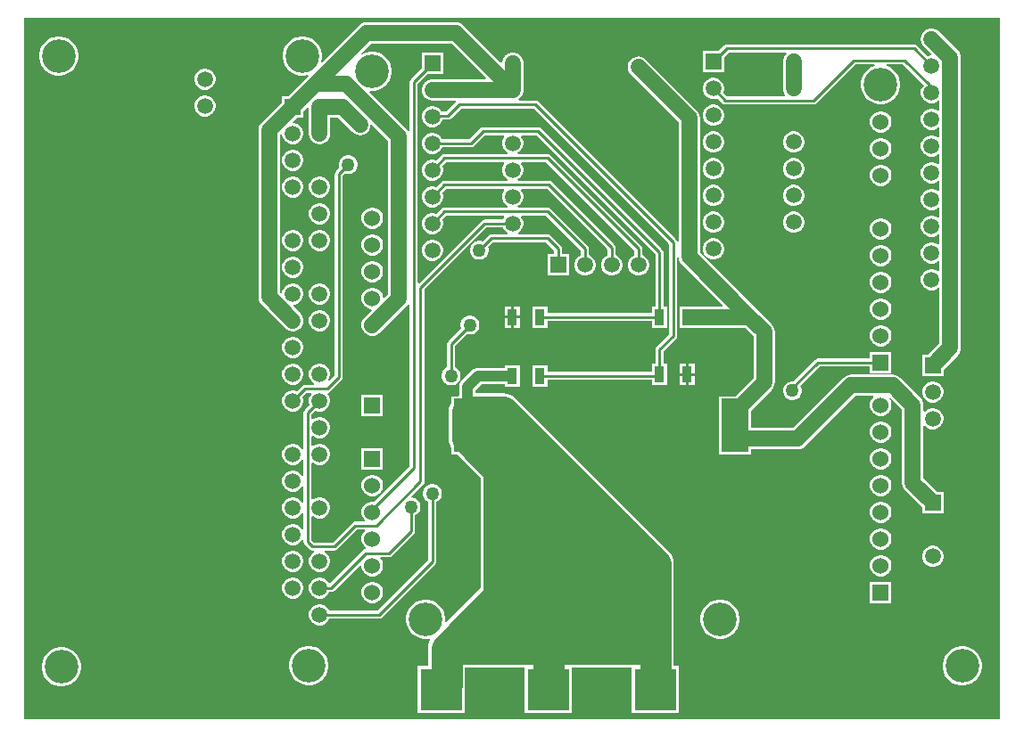
<source format=gtl>
G04*
G04 #@! TF.GenerationSoftware,Altium Limited,Altium Designer,22.4.2 (48)*
G04*
G04 Layer_Physical_Order=1*
G04 Layer_Color=255*
%FSLAX25Y25*%
%MOIN*%
G70*
G04*
G04 #@! TF.SameCoordinates,BB4B1E32-F115-428D-8FF9-27E3AA0A464A*
G04*
G04*
G04 #@! TF.FilePolarity,Positive*
G04*
G01*
G75*
%ADD13C,0.01000*%
%ADD16R,0.03543X0.06102*%
%ADD27C,0.05906*%
%ADD28C,0.03937*%
%ADD29C,0.11811*%
%ADD30C,0.05906*%
%ADD31R,0.05906X0.05906*%
%ADD32R,0.05906X0.05906*%
%ADD33R,0.09843X0.09843*%
%ADD34C,0.12598*%
%ADD35R,0.15748X0.15748*%
%ADD36R,0.06000X0.06000*%
%ADD37C,0.06000*%
%ADD38C,0.05000*%
G36*
X364500Y0D02*
X0D01*
Y262500D01*
X364500D01*
Y0D01*
D02*
G37*
%LPC*%
G36*
X161100Y260887D02*
X161100Y260887D01*
X128015D01*
X128015Y260887D01*
X126983Y260751D01*
X126022Y260353D01*
X125196Y259719D01*
X125196Y259719D01*
X111204Y245727D01*
X110788Y246005D01*
X110803Y246040D01*
X111083Y247450D01*
Y248888D01*
X110803Y250298D01*
X110252Y251626D01*
X109454Y252822D01*
X108437Y253839D01*
X107241Y254638D01*
X105913Y255188D01*
X104503Y255468D01*
X103065D01*
X101655Y255188D01*
X100327Y254638D01*
X99131Y253839D01*
X98114Y252822D01*
X97316Y251626D01*
X96765Y250298D01*
X96485Y248888D01*
Y247450D01*
X96765Y246040D01*
X97316Y244711D01*
X98114Y243516D01*
X99131Y242499D01*
X100327Y241701D01*
X101655Y241150D01*
X103065Y240870D01*
X104503D01*
X105913Y241150D01*
X105948Y241165D01*
X106226Y240749D01*
X98598Y233122D01*
X96331D01*
Y230855D01*
X88681Y223204D01*
X88047Y222378D01*
X87649Y221417D01*
X87513Y220385D01*
X87513Y220385D01*
Y157953D01*
X87513Y157953D01*
X87649Y156921D01*
X88047Y155960D01*
X88681Y155134D01*
X97465Y146350D01*
X97672Y146191D01*
X97857Y146006D01*
X98083Y145875D01*
X98291Y145716D01*
X98532Y145616D01*
X98758Y145486D01*
X99011Y145418D01*
X99252Y145318D01*
X99511Y145284D01*
X99764Y145216D01*
X100025D01*
X100284Y145182D01*
X100543Y145216D01*
X100804D01*
X101057Y145284D01*
X101316Y145318D01*
X101557Y145418D01*
X101810Y145486D01*
X102036Y145616D01*
X102277Y145716D01*
X102485Y145875D01*
X102711Y146006D01*
X102896Y146191D01*
X103103Y146350D01*
X103262Y146557D01*
X103447Y146742D01*
X103578Y146968D01*
X103737Y147176D01*
X103837Y147417D01*
X103967Y147643D01*
X104035Y147896D01*
X104135Y148137D01*
X104169Y148396D01*
X104237Y148649D01*
Y148910D01*
X104271Y149169D01*
X104237Y149428D01*
Y149689D01*
X104169Y149942D01*
X104135Y150201D01*
X104035Y150442D01*
X103967Y150695D01*
X103837Y150921D01*
X103737Y151162D01*
X103578Y151370D01*
X103447Y151596D01*
X103262Y151781D01*
X103103Y151988D01*
X100337Y154754D01*
X100528Y155216D01*
X100804D01*
X101810Y155486D01*
X102711Y156006D01*
X103447Y156742D01*
X103967Y157643D01*
X104237Y158649D01*
Y159689D01*
X103967Y160695D01*
X103447Y161596D01*
X102711Y162332D01*
X101810Y162852D01*
X100804Y163122D01*
X99764D01*
X98758Y162852D01*
X97857Y162332D01*
X97121Y161596D01*
X96601Y160695D01*
X96331Y159689D01*
Y159413D01*
X95869Y159222D01*
X95487Y159604D01*
Y218734D01*
X95869Y219116D01*
X96331Y218925D01*
Y218649D01*
X96601Y217643D01*
X97121Y216742D01*
X97857Y216006D01*
X98758Y215486D01*
X99764Y215216D01*
X100804D01*
X101810Y215486D01*
X102711Y216006D01*
X103447Y216742D01*
X103967Y217643D01*
X104237Y218649D01*
Y219689D01*
X103967Y220695D01*
X103447Y221596D01*
X102711Y222332D01*
X101810Y222852D01*
X100804Y223122D01*
X100528D01*
X100337Y223584D01*
X101970Y225216D01*
X104237D01*
Y227484D01*
X105797Y229044D01*
X106297Y228837D01*
Y219169D01*
X106331Y218910D01*
Y218649D01*
X106399Y218396D01*
X106433Y218137D01*
X106533Y217896D01*
X106601Y217643D01*
X106731Y217417D01*
X106831Y217176D01*
X106990Y216968D01*
X107121Y216742D01*
X107306Y216557D01*
X107465Y216350D01*
X107672Y216191D01*
X107857Y216006D01*
X108083Y215875D01*
X108291Y215716D01*
X108532Y215616D01*
X108758Y215486D01*
X109011Y215418D01*
X109252Y215318D01*
X109511Y215284D01*
X109764Y215216D01*
X110025D01*
X110284Y215182D01*
X110543Y215216D01*
X110804D01*
X111057Y215284D01*
X111316Y215318D01*
X111557Y215418D01*
X111810Y215486D01*
X112036Y215616D01*
X112277Y215716D01*
X112485Y215875D01*
X112711Y216006D01*
X112896Y216191D01*
X113103Y216350D01*
X113262Y216557D01*
X113447Y216742D01*
X113578Y216968D01*
X113737Y217176D01*
X113837Y217417D01*
X113967Y217643D01*
X114035Y217896D01*
X114135Y218137D01*
X114169Y218396D01*
X114237Y218649D01*
Y218910D01*
X114271Y219169D01*
Y225182D01*
X117080D01*
X122581Y219681D01*
X122581Y219681D01*
X123407Y219047D01*
X124368Y218649D01*
X125400Y218513D01*
X126432Y218649D01*
X127393Y219047D01*
X128219Y219681D01*
X128853Y220507D01*
X129251Y221468D01*
X129360Y222296D01*
X129866Y222498D01*
X136013Y216350D01*
Y159177D01*
X134462Y157626D01*
X134000Y157817D01*
Y158027D01*
X133727Y159044D01*
X133201Y159956D01*
X132456Y160701D01*
X131544Y161227D01*
X130527Y161500D01*
X129473D01*
X128456Y161227D01*
X127544Y160701D01*
X126799Y159956D01*
X126273Y159044D01*
X126000Y158027D01*
Y156973D01*
X126273Y155956D01*
X126799Y155044D01*
X127544Y154299D01*
X128456Y153773D01*
X129473Y153500D01*
X129683D01*
X129874Y153038D01*
X127181Y150345D01*
X127158Y150315D01*
X126799Y149956D01*
X126273Y149044D01*
X126000Y148027D01*
Y146973D01*
X126273Y145956D01*
X126799Y145044D01*
X127544Y144299D01*
X128456Y143773D01*
X129473Y143500D01*
X130527D01*
X131544Y143773D01*
X132456Y144299D01*
X133201Y145044D01*
X133261Y145148D01*
X142819Y154706D01*
X142819Y154706D01*
X143453Y155532D01*
X143471Y155575D01*
X143971Y155476D01*
Y94634D01*
X130772Y81434D01*
X130527Y81500D01*
X129473D01*
X128456Y81227D01*
X127544Y80701D01*
X126799Y79956D01*
X126273Y79044D01*
X126000Y78027D01*
Y76973D01*
X126273Y75956D01*
X126799Y75044D01*
X127314Y74529D01*
X127107Y74029D01*
X123600D01*
X123015Y73913D01*
X122519Y73581D01*
X115166Y66229D01*
X108133D01*
X107329Y67033D01*
Y75880D01*
X107791Y76072D01*
X107857Y76006D01*
X108758Y75486D01*
X109764Y75216D01*
X110804D01*
X111810Y75486D01*
X112711Y76006D01*
X113447Y76742D01*
X113967Y77643D01*
X114237Y78649D01*
Y79689D01*
X113967Y80695D01*
X113447Y81596D01*
X112711Y82332D01*
X111810Y82852D01*
X110804Y83122D01*
X109764D01*
X108758Y82852D01*
X107857Y82332D01*
X107791Y82266D01*
X107329Y82458D01*
Y95880D01*
X107791Y96072D01*
X107857Y96006D01*
X108758Y95486D01*
X109764Y95216D01*
X110804D01*
X111810Y95486D01*
X112711Y96006D01*
X113447Y96742D01*
X113967Y97643D01*
X114237Y98649D01*
Y99689D01*
X113967Y100695D01*
X113447Y101596D01*
X112711Y102332D01*
X111810Y102852D01*
X110804Y103122D01*
X109764D01*
X108758Y102852D01*
X107857Y102332D01*
X107791Y102266D01*
X107329Y102458D01*
Y105880D01*
X107791Y106072D01*
X107857Y106006D01*
X108758Y105486D01*
X109764Y105216D01*
X110804D01*
X111810Y105486D01*
X112711Y106006D01*
X113447Y106742D01*
X113967Y107643D01*
X114237Y108649D01*
Y109689D01*
X113967Y110695D01*
X113447Y111596D01*
X112711Y112332D01*
X111810Y112852D01*
X110804Y113122D01*
X109764D01*
X108758Y112852D01*
X107857Y112332D01*
X107791Y112266D01*
X107329Y112458D01*
Y114051D01*
X108762Y115484D01*
X109764Y115216D01*
X110804D01*
X111810Y115486D01*
X112711Y116006D01*
X113447Y116742D01*
X113967Y117643D01*
X114237Y118649D01*
Y119689D01*
X113967Y120695D01*
X113447Y121596D01*
X113341Y121702D01*
X113506Y122244D01*
X113801Y122303D01*
X114298Y122635D01*
X118581Y126919D01*
X118913Y127415D01*
X119029Y128000D01*
Y203366D01*
X119848Y204185D01*
X120539Y204000D01*
X121461D01*
X122351Y204239D01*
X123149Y204699D01*
X123801Y205351D01*
X124261Y206149D01*
X124500Y207039D01*
Y207961D01*
X124261Y208851D01*
X123801Y209649D01*
X123149Y210301D01*
X122351Y210761D01*
X121461Y211000D01*
X120539D01*
X119649Y210761D01*
X118851Y210301D01*
X118199Y209649D01*
X117738Y208851D01*
X117500Y207961D01*
Y207039D01*
X117685Y206348D01*
X116419Y205081D01*
X116087Y204585D01*
X115971Y204000D01*
Y128633D01*
X113950Y126612D01*
X113549Y126919D01*
X113967Y127643D01*
X114237Y128649D01*
Y129689D01*
X113967Y130695D01*
X113447Y131596D01*
X112711Y132332D01*
X111810Y132852D01*
X110804Y133122D01*
X109764D01*
X108758Y132852D01*
X107857Y132332D01*
X107121Y131596D01*
X106601Y130695D01*
X106331Y129689D01*
Y128649D01*
X106601Y127643D01*
X107121Y126742D01*
X107857Y126006D01*
X108308Y125745D01*
X108174Y125245D01*
X104831D01*
X104246Y125129D01*
X103750Y124798D01*
X101806Y122854D01*
X100804Y123122D01*
X99764D01*
X98758Y122852D01*
X97857Y122332D01*
X97121Y121596D01*
X96601Y120695D01*
X96331Y119689D01*
Y118649D01*
X96601Y117643D01*
X97121Y116742D01*
X97857Y116006D01*
X98758Y115486D01*
X99764Y115216D01*
X100804D01*
X101810Y115486D01*
X102711Y116006D01*
X103447Y116742D01*
X103967Y117643D01*
X104237Y118649D01*
Y119689D01*
X103969Y120691D01*
X105465Y122187D01*
X107058D01*
X107250Y121725D01*
X107121Y121596D01*
X106601Y120695D01*
X106331Y119689D01*
Y118649D01*
X106599Y117647D01*
X104719Y115766D01*
X104387Y115270D01*
X104271Y114685D01*
Y101170D01*
X103771Y101035D01*
X103447Y101596D01*
X102711Y102332D01*
X101810Y102852D01*
X100804Y103122D01*
X99764D01*
X98758Y102852D01*
X97857Y102332D01*
X97121Y101596D01*
X96601Y100695D01*
X96331Y99689D01*
Y98649D01*
X96601Y97643D01*
X97121Y96742D01*
X97857Y96006D01*
X98758Y95486D01*
X99764Y95216D01*
X100804D01*
X101810Y95486D01*
X102711Y96006D01*
X103447Y96742D01*
X103771Y97303D01*
X104271Y97168D01*
Y91170D01*
X103771Y91035D01*
X103447Y91596D01*
X102711Y92332D01*
X101810Y92852D01*
X100804Y93122D01*
X99764D01*
X98758Y92852D01*
X97857Y92332D01*
X97121Y91596D01*
X96601Y90695D01*
X96331Y89689D01*
Y88649D01*
X96601Y87643D01*
X97121Y86742D01*
X97857Y86006D01*
X98758Y85486D01*
X99764Y85216D01*
X100804D01*
X101810Y85486D01*
X102711Y86006D01*
X103447Y86742D01*
X103771Y87303D01*
X104271Y87169D01*
Y81169D01*
X103771Y81036D01*
X103447Y81596D01*
X102711Y82332D01*
X101810Y82852D01*
X100804Y83122D01*
X99764D01*
X98758Y82852D01*
X97857Y82332D01*
X97121Y81596D01*
X96601Y80695D01*
X96331Y79689D01*
Y78649D01*
X96601Y77643D01*
X97121Y76742D01*
X97857Y76006D01*
X98758Y75486D01*
X99764Y75216D01*
X100804D01*
X101810Y75486D01*
X102711Y76006D01*
X103447Y76742D01*
X103771Y77302D01*
X104271Y77169D01*
Y71170D01*
X103771Y71035D01*
X103447Y71596D01*
X102711Y72332D01*
X101810Y72852D01*
X100804Y73122D01*
X99764D01*
X98758Y72852D01*
X97857Y72332D01*
X97121Y71596D01*
X96601Y70695D01*
X96331Y69689D01*
Y68649D01*
X96601Y67643D01*
X97121Y66742D01*
X97857Y66006D01*
X98758Y65486D01*
X99764Y65216D01*
X100804D01*
X101810Y65486D01*
X102711Y66006D01*
X103447Y66742D01*
X103771Y67303D01*
X104271Y67168D01*
Y66400D01*
X104387Y65815D01*
X104719Y65319D01*
X106419Y63619D01*
X106915Y63287D01*
X107500Y63171D01*
X108309D01*
X108443Y62671D01*
X107857Y62332D01*
X107121Y61596D01*
X106601Y60695D01*
X106331Y59689D01*
Y58649D01*
X106601Y57643D01*
X107121Y56742D01*
X107857Y56006D01*
X108758Y55486D01*
X109764Y55216D01*
X110804D01*
X111810Y55486D01*
X112711Y56006D01*
X113447Y56742D01*
X113967Y57643D01*
X114237Y58649D01*
Y59689D01*
X113967Y60695D01*
X113447Y61596D01*
X112711Y62332D01*
X112125Y62671D01*
X112259Y63171D01*
X115800D01*
X116385Y63287D01*
X116881Y63619D01*
X124233Y70971D01*
X127107D01*
X127314Y70471D01*
X126799Y69956D01*
X126273Y69044D01*
X126000Y68027D01*
Y66973D01*
X126273Y65956D01*
X126799Y65044D01*
X127544Y64299D01*
X127673Y64225D01*
X127677Y64176D01*
X127562Y63711D01*
X127126Y63624D01*
X126630Y63293D01*
X114357Y51020D01*
X113732Y51102D01*
X113447Y51596D01*
X112711Y52332D01*
X111810Y52852D01*
X110804Y53122D01*
X109764D01*
X108758Y52852D01*
X107857Y52332D01*
X107121Y51596D01*
X106601Y50695D01*
X106331Y49689D01*
Y48649D01*
X106601Y47643D01*
X107121Y46742D01*
X107857Y46006D01*
X108758Y45486D01*
X109764Y45216D01*
X110804D01*
X111810Y45486D01*
X112711Y46006D01*
X113447Y46742D01*
X113965Y47640D01*
X114669D01*
X115254Y47756D01*
X115750Y48088D01*
X125500Y57837D01*
X126000Y57630D01*
Y56973D01*
X126273Y55956D01*
X126799Y55044D01*
X127544Y54299D01*
X128456Y53773D01*
X129473Y53500D01*
X130527D01*
X131544Y53773D01*
X132456Y54299D01*
X133201Y55044D01*
X133727Y55956D01*
X134000Y56973D01*
Y58027D01*
X133727Y59044D01*
X133201Y59956D01*
X132937Y60220D01*
X133128Y60682D01*
X136211D01*
X136797Y60799D01*
X137293Y61130D01*
X145581Y69419D01*
X145913Y69915D01*
X146029Y70500D01*
Y76341D01*
X146649Y76699D01*
X147301Y77351D01*
X147761Y78149D01*
X148000Y79039D01*
Y79961D01*
X147761Y80851D01*
X147301Y81649D01*
X146649Y82301D01*
X145851Y82762D01*
X144961Y83000D01*
X144816D01*
X144625Y83462D01*
X149081Y87919D01*
X149413Y88415D01*
X149529Y89000D01*
Y160866D01*
X172634Y183971D01*
X178819D01*
X179337Y183073D01*
X180073Y182337D01*
X180606Y182029D01*
X180472Y181529D01*
X174500D01*
X173915Y181413D01*
X173419Y181081D01*
X171152Y178815D01*
X170461Y179000D01*
X169539D01*
X168649Y178761D01*
X167851Y178301D01*
X167199Y177649D01*
X166738Y176851D01*
X166500Y175961D01*
Y175039D01*
X166738Y174149D01*
X167199Y173351D01*
X167851Y172699D01*
X168649Y172239D01*
X169539Y172000D01*
X170461D01*
X171351Y172239D01*
X172149Y172699D01*
X172801Y173351D01*
X173261Y174149D01*
X173500Y175039D01*
Y175961D01*
X173315Y176652D01*
X175134Y178471D01*
X194867D01*
X197971Y175366D01*
Y173953D01*
X195547D01*
Y166047D01*
X203453D01*
Y173953D01*
X201029D01*
Y176000D01*
X200913Y176585D01*
X200581Y177081D01*
X196581Y181081D01*
X196085Y181413D01*
X195500Y181529D01*
X184528D01*
X184394Y182029D01*
X184927Y182337D01*
X185663Y183073D01*
X186183Y183974D01*
X186453Y184980D01*
Y186020D01*
X186183Y187026D01*
X185663Y187927D01*
X185629Y187961D01*
X185820Y188423D01*
X194914D01*
X207971Y175366D01*
Y173681D01*
X207073Y173163D01*
X206337Y172427D01*
X205817Y171526D01*
X205547Y170520D01*
Y169480D01*
X205817Y168474D01*
X206337Y167573D01*
X207073Y166837D01*
X207974Y166317D01*
X208980Y166047D01*
X210020D01*
X211026Y166317D01*
X211927Y166837D01*
X212663Y167573D01*
X213183Y168474D01*
X213453Y169480D01*
Y170520D01*
X213183Y171526D01*
X212663Y172427D01*
X211927Y173163D01*
X211029Y173681D01*
Y176000D01*
X210913Y176585D01*
X210581Y177081D01*
X196629Y191034D01*
X196133Y191366D01*
X195547Y191482D01*
X184446D01*
X184312Y191982D01*
X184927Y192337D01*
X185663Y193073D01*
X186183Y193974D01*
X186453Y194980D01*
Y196020D01*
X186183Y197026D01*
X185663Y197927D01*
X185629Y197961D01*
X185820Y198423D01*
X195414D01*
X217971Y175866D01*
Y173681D01*
X217073Y173163D01*
X216337Y172427D01*
X215817Y171526D01*
X215547Y170520D01*
Y169480D01*
X215817Y168474D01*
X216337Y167573D01*
X217073Y166837D01*
X217974Y166317D01*
X218980Y166047D01*
X220020D01*
X221026Y166317D01*
X221927Y166837D01*
X222663Y167573D01*
X223183Y168474D01*
X223453Y169480D01*
Y170520D01*
X223183Y171526D01*
X222663Y172427D01*
X221927Y173163D01*
X221029Y173681D01*
Y176500D01*
X220913Y177085D01*
X220581Y177581D01*
X197129Y201034D01*
X196633Y201366D01*
X196047Y201482D01*
X184446D01*
X184312Y201982D01*
X184927Y202337D01*
X185663Y203073D01*
X186183Y203974D01*
X186453Y204980D01*
Y206020D01*
X186183Y207026D01*
X185663Y207927D01*
X185629Y207961D01*
X185820Y208423D01*
X194914D01*
X227971Y175366D01*
Y173681D01*
X227073Y173163D01*
X226337Y172427D01*
X225817Y171526D01*
X225547Y170520D01*
Y169480D01*
X225817Y168474D01*
X226337Y167573D01*
X227073Y166837D01*
X227974Y166317D01*
X228980Y166047D01*
X230020D01*
X231026Y166317D01*
X231927Y166837D01*
X232663Y167573D01*
X233183Y168474D01*
X233453Y169480D01*
Y170520D01*
X233183Y171526D01*
X232663Y172427D01*
X231927Y173163D01*
X231029Y173681D01*
Y176000D01*
X230913Y176585D01*
X230581Y177081D01*
X196629Y211034D01*
X196133Y211366D01*
X195547Y211482D01*
X184446D01*
X184312Y211982D01*
X184927Y212337D01*
X185663Y213073D01*
X186183Y213974D01*
X186453Y214980D01*
Y216020D01*
X186183Y217026D01*
X185663Y217927D01*
X185629Y217961D01*
X185820Y218423D01*
X191414D01*
X235754Y174083D01*
Y154551D01*
X234512D01*
Y152029D01*
X195488D01*
Y154551D01*
X189945D01*
Y146449D01*
X195488D01*
Y148971D01*
X234512D01*
Y146449D01*
X240055D01*
Y154551D01*
X238813D01*
Y174716D01*
X238696Y175302D01*
X238365Y175798D01*
X193129Y221034D01*
X192632Y221366D01*
X192047Y221482D01*
X171414D01*
X170828Y221366D01*
X170332Y221034D01*
X166328Y217029D01*
X156181D01*
X155663Y217927D01*
X154927Y218663D01*
X154026Y219183D01*
X153020Y219453D01*
X151980D01*
X150974Y219183D01*
X150073Y218663D01*
X149337Y217927D01*
X148817Y217026D01*
X148547Y216020D01*
Y214980D01*
X148817Y213974D01*
X149337Y213073D01*
X150073Y212337D01*
X150974Y211817D01*
X151980Y211547D01*
X153020D01*
X154026Y211817D01*
X154927Y212337D01*
X155663Y213073D01*
X156181Y213971D01*
X166961D01*
X167546Y214087D01*
X168042Y214419D01*
X172047Y218423D01*
X179180D01*
X179371Y217961D01*
X179337Y217927D01*
X178817Y217026D01*
X178547Y216020D01*
Y214980D01*
X178817Y213974D01*
X179337Y213073D01*
X180073Y212337D01*
X180688Y211982D01*
X180554Y211482D01*
X156953D01*
X156368Y211366D01*
X155871Y211034D01*
X154022Y209185D01*
X153020Y209453D01*
X151980D01*
X150974Y209183D01*
X150073Y208663D01*
X149337Y207927D01*
X148817Y207026D01*
X148547Y206020D01*
Y204980D01*
X148817Y203974D01*
X149337Y203073D01*
X150073Y202337D01*
X150974Y201817D01*
X151980Y201547D01*
X153020D01*
X154026Y201817D01*
X154927Y202337D01*
X155663Y203073D01*
X156183Y203974D01*
X156453Y204980D01*
Y206020D01*
X156184Y207022D01*
X157586Y208423D01*
X179180D01*
X179371Y207961D01*
X179337Y207927D01*
X178817Y207026D01*
X178547Y206020D01*
Y204980D01*
X178817Y203974D01*
X179337Y203073D01*
X180073Y202337D01*
X180688Y201982D01*
X180554Y201482D01*
X156953D01*
X156368Y201366D01*
X155871Y201034D01*
X154022Y199185D01*
X153020Y199453D01*
X151980D01*
X150974Y199183D01*
X150073Y198663D01*
X149337Y197927D01*
X148817Y197026D01*
X148547Y196020D01*
Y194980D01*
X148817Y193974D01*
X149337Y193073D01*
X150073Y192337D01*
X150974Y191817D01*
X151980Y191547D01*
X153020D01*
X154026Y191817D01*
X154927Y192337D01*
X155663Y193073D01*
X156183Y193974D01*
X156453Y194980D01*
Y196020D01*
X156184Y197022D01*
X157586Y198423D01*
X179180D01*
X179371Y197961D01*
X179337Y197927D01*
X178817Y197026D01*
X178547Y196020D01*
Y194980D01*
X178817Y193974D01*
X179337Y193073D01*
X180073Y192337D01*
X180688Y191982D01*
X180554Y191482D01*
X156953D01*
X156368Y191366D01*
X155871Y191034D01*
X154022Y189184D01*
X153020Y189453D01*
X151980D01*
X150974Y189183D01*
X150073Y188663D01*
X149337Y187927D01*
X148817Y187026D01*
X148547Y186020D01*
Y184980D01*
X148817Y183974D01*
X149337Y183073D01*
X150073Y182337D01*
X150974Y181817D01*
X151980Y181547D01*
X153020D01*
X154026Y181817D01*
X154927Y182337D01*
X155663Y183073D01*
X156183Y183974D01*
X156453Y184980D01*
Y186020D01*
X156184Y187022D01*
X157586Y188423D01*
X179180D01*
X179371Y187961D01*
X179337Y187927D01*
X178819Y187029D01*
X172000D01*
X171415Y186913D01*
X170919Y186581D01*
X147491Y163154D01*
X147029Y163346D01*
Y237866D01*
X150710Y241547D01*
X156453D01*
Y249453D01*
X148547D01*
Y243710D01*
X144419Y239581D01*
X144087Y239085D01*
X143971Y238500D01*
Y220051D01*
X143471Y219952D01*
X143453Y219995D01*
X142819Y220821D01*
X142819Y220821D01*
X128839Y234801D01*
X129075Y235242D01*
X129281Y235201D01*
X130719D01*
X132129Y235481D01*
X133458Y236032D01*
X134653Y236830D01*
X135670Y237847D01*
X136469Y239042D01*
X137019Y240371D01*
X137299Y241781D01*
Y243219D01*
X137019Y244629D01*
X136469Y245957D01*
X135670Y247153D01*
X134653Y248170D01*
X133458Y248969D01*
X132129Y249519D01*
X130719Y249799D01*
X129281D01*
X127871Y249519D01*
X126542Y248969D01*
X126200Y248740D01*
X125881Y249128D01*
X129666Y252913D01*
X159449D01*
X172413Y239949D01*
X172222Y239487D01*
X152500D01*
X152241Y239453D01*
X151980D01*
X151727Y239385D01*
X151468Y239351D01*
X151227Y239251D01*
X150974Y239183D01*
X150748Y239053D01*
X150507Y238953D01*
X150299Y238794D01*
X150073Y238663D01*
X149888Y238478D01*
X149681Y238319D01*
X149522Y238112D01*
X149337Y237927D01*
X149206Y237701D01*
X149047Y237493D01*
X148947Y237252D01*
X148817Y237026D01*
X148749Y236773D01*
X148649Y236532D01*
X148615Y236273D01*
X148547Y236020D01*
Y235759D01*
X148513Y235500D01*
X148547Y235241D01*
Y234980D01*
X148615Y234727D01*
X148649Y234468D01*
X148749Y234227D01*
X148817Y233974D01*
X148947Y233748D01*
X149047Y233507D01*
X149206Y233299D01*
X149337Y233073D01*
X149522Y232888D01*
X149681Y232681D01*
X149888Y232522D01*
X150073Y232337D01*
X150299Y232206D01*
X150507Y232047D01*
X150748Y231947D01*
X150974Y231817D01*
X151227Y231749D01*
X151468Y231649D01*
X151727Y231615D01*
X151980Y231547D01*
X152241D01*
X152500Y231513D01*
X161188D01*
X161345Y231103D01*
X161350Y231013D01*
X157734Y227396D01*
X155969D01*
X155663Y227927D01*
X154927Y228663D01*
X154026Y229183D01*
X153020Y229453D01*
X151980D01*
X150974Y229183D01*
X150073Y228663D01*
X149337Y227927D01*
X148817Y227026D01*
X148547Y226020D01*
Y224980D01*
X148817Y223974D01*
X149337Y223073D01*
X150073Y222337D01*
X150974Y221817D01*
X151980Y221547D01*
X153020D01*
X154026Y221817D01*
X154927Y222337D01*
X155663Y223073D01*
X156183Y223974D01*
X156281Y224338D01*
X158367D01*
X158952Y224454D01*
X159448Y224785D01*
X163086Y228423D01*
X190414D01*
X240971Y177866D01*
Y144133D01*
X236202Y139365D01*
X235871Y138869D01*
X235754Y138284D01*
Y133051D01*
X234512D01*
Y130029D01*
X195488D01*
Y132551D01*
X189945D01*
Y124449D01*
X195488D01*
Y126971D01*
X234512D01*
Y124949D01*
X240055D01*
Y133051D01*
X238813D01*
Y137650D01*
X243581Y142419D01*
X243913Y142915D01*
X244029Y143500D01*
Y172844D01*
X244529Y172877D01*
X244649Y171968D01*
X245047Y171007D01*
X245681Y170181D01*
X260913Y154949D01*
X260722Y154487D01*
X250488D01*
Y154551D01*
X244945D01*
Y146449D01*
X250488D01*
Y146513D01*
X269349D01*
X272513Y143349D01*
Y127644D01*
X265783Y120913D01*
X259579D01*
Y109071D01*
Y99071D01*
X271421D01*
Y101005D01*
X288992D01*
X288992Y101005D01*
X290024Y101141D01*
X290986Y101539D01*
X291811Y102173D01*
X310651Y121013D01*
X317149D01*
X317356Y120513D01*
X316799Y119956D01*
X316273Y119044D01*
X316000Y118027D01*
Y116973D01*
X316273Y115956D01*
X316799Y115044D01*
X317544Y114299D01*
X318456Y113773D01*
X319473Y113500D01*
X320527D01*
X321544Y113773D01*
X322456Y114299D01*
X323201Y115044D01*
X323727Y115956D01*
X324000Y116973D01*
Y118027D01*
X323727Y119044D01*
X323201Y119956D01*
X323556Y120306D01*
X328013Y115849D01*
Y88500D01*
X328013Y88500D01*
X328149Y87468D01*
X328547Y86507D01*
X329181Y85681D01*
X335547Y79315D01*
Y77047D01*
X339241D01*
X339500Y77013D01*
X339759Y77047D01*
X343453D01*
Y80741D01*
X343487Y81000D01*
X343453Y81259D01*
Y84953D01*
X341185D01*
X335987Y90151D01*
Y109716D01*
X336487Y109923D01*
X337073Y109337D01*
X337974Y108817D01*
X338980Y108547D01*
X340020D01*
X341026Y108817D01*
X341927Y109337D01*
X342663Y110073D01*
X343183Y110974D01*
X343453Y111980D01*
Y113020D01*
X343183Y114026D01*
X342663Y114927D01*
X341927Y115663D01*
X341026Y116183D01*
X340020Y116453D01*
X338980D01*
X337974Y116183D01*
X337073Y115663D01*
X336487Y115077D01*
X335987Y115284D01*
Y117500D01*
X335851Y118532D01*
X335453Y119493D01*
X334819Y120319D01*
X334819Y120319D01*
X327319Y127819D01*
X326493Y128453D01*
X325532Y128851D01*
X324500Y128987D01*
X324500Y128987D01*
X309000D01*
X309000Y128987D01*
X307968Y128851D01*
X307007Y128453D01*
X306181Y127819D01*
X306181Y127819D01*
X287341Y108979D01*
X271421D01*
Y115275D01*
X279319Y123173D01*
X279953Y123999D01*
X280351Y124960D01*
X280487Y125992D01*
X280487Y125992D01*
Y145000D01*
X280351Y146032D01*
X279953Y146993D01*
X279319Y147819D01*
X279319Y147819D01*
X273819Y153319D01*
X273819Y153319D01*
X252487Y174651D01*
Y225000D01*
X252487Y225000D01*
X252351Y226032D01*
X251953Y226993D01*
X251319Y227819D01*
X251319Y227819D01*
X232319Y246819D01*
X231493Y247453D01*
X230532Y247851D01*
X229500Y247987D01*
X228468Y247851D01*
X227507Y247453D01*
X226681Y246819D01*
X226047Y245993D01*
X225649Y245032D01*
X225513Y244000D01*
X225649Y242968D01*
X226047Y242007D01*
X226681Y241181D01*
X244513Y223349D01*
Y178631D01*
X244013Y178582D01*
X243913Y179085D01*
X243581Y179581D01*
X192129Y231034D01*
X191632Y231366D01*
X191047Y231482D01*
X184782D01*
X184467Y231982D01*
X184493Y232047D01*
X184701Y232206D01*
X184927Y232337D01*
X185112Y232522D01*
X185319Y232681D01*
X185478Y232888D01*
X185663Y233073D01*
X185794Y233299D01*
X185953Y233507D01*
X186053Y233748D01*
X186183Y233974D01*
X186251Y234227D01*
X186351Y234468D01*
X186385Y234727D01*
X186453Y234980D01*
Y235241D01*
X186487Y235500D01*
X186487Y235500D01*
Y245500D01*
X186453Y245759D01*
Y246020D01*
X186385Y246273D01*
X186351Y246532D01*
X186251Y246773D01*
X186183Y247026D01*
X186053Y247252D01*
X185953Y247493D01*
X185794Y247701D01*
X185663Y247927D01*
X185478Y248112D01*
X185319Y248319D01*
X185112Y248478D01*
X184927Y248663D01*
X184701Y248794D01*
X184493Y248953D01*
X184252Y249053D01*
X184026Y249183D01*
X183773Y249251D01*
X183532Y249351D01*
X183273Y249385D01*
X183020Y249453D01*
X182759D01*
X182500Y249487D01*
X182241Y249453D01*
X181980D01*
X181727Y249385D01*
X181468Y249351D01*
X181227Y249251D01*
X180974Y249183D01*
X180748Y249053D01*
X180507Y248953D01*
X180299Y248794D01*
X180073Y248663D01*
X179888Y248478D01*
X179681Y248319D01*
X179522Y248112D01*
X179337Y247927D01*
X179206Y247701D01*
X179047Y247493D01*
X178947Y247252D01*
X178817Y247026D01*
X178749Y246773D01*
X178649Y246532D01*
X178615Y246273D01*
X178547Y246020D01*
Y245798D01*
X178480Y245740D01*
X178024Y245614D01*
X163919Y259719D01*
X163093Y260353D01*
X162132Y260751D01*
X162012Y260767D01*
X161100Y260887D01*
D02*
G37*
G36*
X339000Y258487D02*
X338741Y258453D01*
X338480D01*
X338227Y258385D01*
X337968Y258351D01*
X337727Y258251D01*
X337474Y258183D01*
X337248Y258053D01*
X337007Y257953D01*
X336799Y257794D01*
X336573Y257663D01*
X336388Y257478D01*
X336181Y257319D01*
X336022Y257112D01*
X335837Y256927D01*
X335706Y256701D01*
X335547Y256493D01*
X335447Y256252D01*
X335317Y256026D01*
X335249Y255773D01*
X335149Y255532D01*
X335115Y255273D01*
X335047Y255020D01*
Y254759D01*
X335013Y254500D01*
X335047Y254241D01*
Y253980D01*
X335115Y253727D01*
X335149Y253468D01*
X335249Y253227D01*
X335317Y252974D01*
X335447Y252748D01*
X335547Y252507D01*
X335706Y252299D01*
X335837Y252073D01*
X336022Y251888D01*
X336181Y251681D01*
X338947Y248915D01*
X338756Y248453D01*
X338480D01*
X337478Y248184D01*
X333581Y252081D01*
X333085Y252413D01*
X332500Y252529D01*
X262500D01*
X261915Y252413D01*
X261419Y252081D01*
X259290Y249953D01*
X253547D01*
Y242047D01*
X261453D01*
Y247790D01*
X263134Y249471D01*
X284674D01*
X284881Y248994D01*
X284878Y248971D01*
X284681Y248819D01*
X284522Y248612D01*
X284337Y248427D01*
X284206Y248201D01*
X284047Y247993D01*
X283947Y247752D01*
X283817Y247526D01*
X283749Y247273D01*
X283649Y247032D01*
X283615Y246773D01*
X283547Y246520D01*
Y246259D01*
X283513Y246000D01*
Y236000D01*
X283547Y235741D01*
Y235480D01*
X283615Y235227D01*
X283649Y234968D01*
X283749Y234727D01*
X283817Y234474D01*
X283947Y234248D01*
X284047Y234007D01*
X284206Y233799D01*
X284337Y233573D01*
X284126Y233077D01*
X262586D01*
X261185Y234478D01*
X261453Y235480D01*
Y236520D01*
X261183Y237526D01*
X260663Y238427D01*
X259927Y239163D01*
X259026Y239683D01*
X258020Y239953D01*
X256980D01*
X255974Y239683D01*
X255073Y239163D01*
X254337Y238427D01*
X253817Y237526D01*
X253547Y236520D01*
Y235480D01*
X253817Y234474D01*
X254337Y233573D01*
X255073Y232837D01*
X255974Y232317D01*
X256980Y232047D01*
X258020D01*
X259022Y232315D01*
X260871Y230466D01*
X261368Y230134D01*
X261953Y230018D01*
X295047D01*
X295633Y230134D01*
X296129Y230466D01*
X310633Y244971D01*
X317655D01*
X317755Y244471D01*
X316543Y243969D01*
X315347Y243170D01*
X314330Y242153D01*
X313531Y240957D01*
X312981Y239629D01*
X312701Y238219D01*
Y236781D01*
X312981Y235371D01*
X313531Y234043D01*
X314330Y232847D01*
X315347Y231830D01*
X316543Y231031D01*
X317871Y230481D01*
X319281Y230201D01*
X320719D01*
X322129Y230481D01*
X323458Y231031D01*
X324653Y231830D01*
X325670Y232847D01*
X326468Y234043D01*
X327019Y235371D01*
X327299Y236781D01*
Y238219D01*
X327019Y239629D01*
X326468Y240957D01*
X325670Y242153D01*
X324653Y243170D01*
X323458Y243969D01*
X322245Y244471D01*
X322345Y244971D01*
X328366D01*
X336123Y237214D01*
X335837Y236927D01*
X335317Y236026D01*
X335047Y235020D01*
Y233980D01*
X335317Y232974D01*
X335837Y232073D01*
X336573Y231337D01*
X337474Y230817D01*
X338480Y230547D01*
X339520D01*
X340526Y230817D01*
X341427Y231337D01*
X341551Y231461D01*
X342013Y231270D01*
Y227730D01*
X341551Y227539D01*
X341427Y227663D01*
X340526Y228183D01*
X339520Y228453D01*
X338480D01*
X337474Y228183D01*
X336573Y227663D01*
X335837Y226927D01*
X335317Y226026D01*
X335047Y225020D01*
Y223980D01*
X335317Y222974D01*
X335837Y222073D01*
X336573Y221337D01*
X337474Y220817D01*
X338480Y220547D01*
X339520D01*
X340526Y220817D01*
X341427Y221337D01*
X341551Y221461D01*
X342013Y221270D01*
Y217730D01*
X341551Y217539D01*
X341427Y217663D01*
X340526Y218183D01*
X339520Y218453D01*
X338480D01*
X337474Y218183D01*
X336573Y217663D01*
X335837Y216927D01*
X335317Y216026D01*
X335047Y215020D01*
Y213980D01*
X335317Y212974D01*
X335837Y212073D01*
X336573Y211337D01*
X337474Y210817D01*
X338480Y210547D01*
X339520D01*
X340526Y210817D01*
X341427Y211337D01*
X341551Y211461D01*
X342013Y211270D01*
Y207730D01*
X341551Y207539D01*
X341427Y207663D01*
X340526Y208183D01*
X339520Y208453D01*
X338480D01*
X337474Y208183D01*
X336573Y207663D01*
X335837Y206927D01*
X335317Y206026D01*
X335047Y205020D01*
Y203980D01*
X335317Y202974D01*
X335837Y202073D01*
X336573Y201337D01*
X337474Y200817D01*
X338480Y200547D01*
X339520D01*
X340526Y200817D01*
X341427Y201337D01*
X341551Y201461D01*
X342013Y201270D01*
Y197730D01*
X341551Y197539D01*
X341427Y197663D01*
X340526Y198183D01*
X339520Y198453D01*
X338480D01*
X337474Y198183D01*
X336573Y197663D01*
X335837Y196927D01*
X335317Y196026D01*
X335047Y195020D01*
Y193980D01*
X335317Y192974D01*
X335837Y192073D01*
X336573Y191337D01*
X337474Y190817D01*
X338480Y190547D01*
X339520D01*
X340526Y190817D01*
X341427Y191337D01*
X341551Y191461D01*
X342013Y191270D01*
Y187730D01*
X341551Y187539D01*
X341427Y187663D01*
X340526Y188183D01*
X339520Y188453D01*
X338480D01*
X337474Y188183D01*
X336573Y187663D01*
X335837Y186927D01*
X335317Y186026D01*
X335047Y185020D01*
Y183980D01*
X335317Y182974D01*
X335837Y182073D01*
X336573Y181337D01*
X337474Y180817D01*
X338480Y180547D01*
X339520D01*
X340526Y180817D01*
X341427Y181337D01*
X341551Y181461D01*
X342013Y181270D01*
Y177730D01*
X341551Y177539D01*
X341427Y177663D01*
X340526Y178183D01*
X339520Y178453D01*
X338480D01*
X337474Y178183D01*
X336573Y177663D01*
X335837Y176927D01*
X335317Y176026D01*
X335047Y175020D01*
Y173980D01*
X335317Y172974D01*
X335837Y172073D01*
X336573Y171337D01*
X337474Y170817D01*
X338480Y170547D01*
X339520D01*
X340526Y170817D01*
X341427Y171337D01*
X341551Y171461D01*
X342013Y171270D01*
Y167730D01*
X341551Y167539D01*
X341427Y167663D01*
X340526Y168183D01*
X339520Y168453D01*
X338480D01*
X337474Y168183D01*
X336573Y167663D01*
X335837Y166927D01*
X335317Y166026D01*
X335047Y165020D01*
Y163980D01*
X335317Y162974D01*
X335837Y162073D01*
X336573Y161337D01*
X337474Y160817D01*
X338480Y160547D01*
X339520D01*
X340526Y160817D01*
X341427Y161337D01*
X341551Y161461D01*
X342013Y161270D01*
Y140651D01*
X337814Y136453D01*
X335547D01*
Y132759D01*
X335513Y132500D01*
X335547Y132241D01*
Y128547D01*
X339241D01*
X339500Y128513D01*
X339759Y128547D01*
X343453D01*
Y130815D01*
X348819Y136181D01*
X348819Y136181D01*
X349453Y137007D01*
X349851Y137968D01*
X349987Y139000D01*
X349987Y139000D01*
Y247500D01*
X349851Y248532D01*
X349453Y249493D01*
X348819Y250319D01*
X348819Y250319D01*
X341819Y257319D01*
X341612Y257478D01*
X341427Y257663D01*
X341201Y257794D01*
X340993Y257953D01*
X340752Y258053D01*
X340526Y258183D01*
X340273Y258251D01*
X340032Y258351D01*
X339773Y258385D01*
X339520Y258453D01*
X339259D01*
X339000Y258487D01*
D02*
G37*
G36*
X13503Y255468D02*
X12065D01*
X10655Y255188D01*
X9326Y254638D01*
X8131Y253839D01*
X7114Y252822D01*
X6316Y251626D01*
X5765Y250298D01*
X5485Y248888D01*
Y247450D01*
X5765Y246040D01*
X6316Y244711D01*
X7114Y243516D01*
X8131Y242499D01*
X9326Y241701D01*
X10655Y241150D01*
X12065Y240870D01*
X13503D01*
X14913Y241150D01*
X16241Y241701D01*
X17437Y242499D01*
X18454Y243516D01*
X19252Y244711D01*
X19803Y246040D01*
X20083Y247450D01*
Y248888D01*
X19803Y250298D01*
X19252Y251626D01*
X18454Y252822D01*
X17437Y253839D01*
X16241Y254638D01*
X14913Y255188D01*
X13503Y255468D01*
D02*
G37*
G36*
X68020Y243453D02*
X66980D01*
X65974Y243183D01*
X65073Y242663D01*
X64337Y241927D01*
X63817Y241026D01*
X63547Y240020D01*
Y238980D01*
X63817Y237974D01*
X64337Y237073D01*
X65073Y236337D01*
X65974Y235817D01*
X66980Y235547D01*
X68020D01*
X69026Y235817D01*
X69927Y236337D01*
X70663Y237073D01*
X71183Y237974D01*
X71453Y238980D01*
Y240020D01*
X71183Y241026D01*
X70663Y241927D01*
X69927Y242663D01*
X69026Y243183D01*
X68020Y243453D01*
D02*
G37*
G36*
Y233453D02*
X66980D01*
X65974Y233183D01*
X65073Y232663D01*
X64337Y231927D01*
X63817Y231026D01*
X63547Y230020D01*
Y228980D01*
X63817Y227974D01*
X64337Y227073D01*
X65073Y226337D01*
X65974Y225817D01*
X66980Y225547D01*
X68020D01*
X69026Y225817D01*
X69927Y226337D01*
X70663Y227073D01*
X71183Y227974D01*
X71453Y228980D01*
Y230020D01*
X71183Y231026D01*
X70663Y231927D01*
X69927Y232663D01*
X69026Y233183D01*
X68020Y233453D01*
D02*
G37*
G36*
X258020Y229953D02*
X256980D01*
X255974Y229683D01*
X255073Y229163D01*
X254337Y228427D01*
X253817Y227526D01*
X253547Y226520D01*
Y225480D01*
X253817Y224474D01*
X254337Y223573D01*
X255073Y222837D01*
X255974Y222317D01*
X256980Y222047D01*
X258020D01*
X259026Y222317D01*
X259927Y222837D01*
X260663Y223573D01*
X261183Y224474D01*
X261453Y225480D01*
Y226520D01*
X261183Y227526D01*
X260663Y228427D01*
X259927Y229163D01*
X259026Y229683D01*
X258020Y229953D01*
D02*
G37*
G36*
X320527Y227500D02*
X319473D01*
X318456Y227227D01*
X317544Y226701D01*
X316799Y225956D01*
X316273Y225044D01*
X316000Y224027D01*
Y222973D01*
X316273Y221956D01*
X316799Y221044D01*
X317544Y220299D01*
X318456Y219773D01*
X319473Y219500D01*
X320527D01*
X321544Y219773D01*
X322456Y220299D01*
X323201Y221044D01*
X323727Y221956D01*
X324000Y222973D01*
Y224027D01*
X323727Y225044D01*
X323201Y225956D01*
X322456Y226701D01*
X321544Y227227D01*
X320527Y227500D01*
D02*
G37*
G36*
X288020Y219953D02*
X286980D01*
X285974Y219683D01*
X285073Y219163D01*
X284337Y218427D01*
X283817Y217526D01*
X283547Y216520D01*
Y215480D01*
X283817Y214474D01*
X284337Y213573D01*
X285073Y212837D01*
X285974Y212317D01*
X286980Y212047D01*
X288020D01*
X289026Y212317D01*
X289927Y212837D01*
X290663Y213573D01*
X291183Y214474D01*
X291453Y215480D01*
Y216520D01*
X291183Y217526D01*
X290663Y218427D01*
X289927Y219163D01*
X289026Y219683D01*
X288020Y219953D01*
D02*
G37*
G36*
X258020D02*
X256980D01*
X255974Y219683D01*
X255073Y219163D01*
X254337Y218427D01*
X253817Y217526D01*
X253547Y216520D01*
Y215480D01*
X253817Y214474D01*
X254337Y213573D01*
X255073Y212837D01*
X255974Y212317D01*
X256980Y212047D01*
X258020D01*
X259026Y212317D01*
X259927Y212837D01*
X260663Y213573D01*
X261183Y214474D01*
X261453Y215480D01*
Y216520D01*
X261183Y217526D01*
X260663Y218427D01*
X259927Y219163D01*
X259026Y219683D01*
X258020Y219953D01*
D02*
G37*
G36*
X320527Y217500D02*
X319473D01*
X318456Y217227D01*
X317544Y216701D01*
X316799Y215956D01*
X316273Y215044D01*
X316000Y214027D01*
Y212973D01*
X316273Y211956D01*
X316799Y211044D01*
X317544Y210299D01*
X318456Y209773D01*
X319473Y209500D01*
X320527D01*
X321544Y209773D01*
X322456Y210299D01*
X323201Y211044D01*
X323727Y211956D01*
X324000Y212973D01*
Y214027D01*
X323727Y215044D01*
X323201Y215956D01*
X322456Y216701D01*
X321544Y217227D01*
X320527Y217500D01*
D02*
G37*
G36*
X100804Y213122D02*
X99764D01*
X98758Y212852D01*
X97857Y212332D01*
X97121Y211596D01*
X96601Y210695D01*
X96331Y209689D01*
Y208649D01*
X96601Y207643D01*
X97121Y206742D01*
X97857Y206006D01*
X98758Y205486D01*
X99764Y205216D01*
X100804D01*
X101810Y205486D01*
X102711Y206006D01*
X103447Y206742D01*
X103967Y207643D01*
X104237Y208649D01*
Y209689D01*
X103967Y210695D01*
X103447Y211596D01*
X102711Y212332D01*
X101810Y212852D01*
X100804Y213122D01*
D02*
G37*
G36*
X288020Y209953D02*
X286980D01*
X285974Y209683D01*
X285073Y209163D01*
X284337Y208427D01*
X283817Y207526D01*
X283547Y206520D01*
Y205480D01*
X283817Y204474D01*
X284337Y203573D01*
X285073Y202837D01*
X285974Y202317D01*
X286980Y202047D01*
X288020D01*
X289026Y202317D01*
X289927Y202837D01*
X290663Y203573D01*
X291183Y204474D01*
X291453Y205480D01*
Y206520D01*
X291183Y207526D01*
X290663Y208427D01*
X289927Y209163D01*
X289026Y209683D01*
X288020Y209953D01*
D02*
G37*
G36*
X258020D02*
X256980D01*
X255974Y209683D01*
X255073Y209163D01*
X254337Y208427D01*
X253817Y207526D01*
X253547Y206520D01*
Y205480D01*
X253817Y204474D01*
X254337Y203573D01*
X255073Y202837D01*
X255974Y202317D01*
X256980Y202047D01*
X258020D01*
X259026Y202317D01*
X259927Y202837D01*
X260663Y203573D01*
X261183Y204474D01*
X261453Y205480D01*
Y206520D01*
X261183Y207526D01*
X260663Y208427D01*
X259927Y209163D01*
X259026Y209683D01*
X258020Y209953D01*
D02*
G37*
G36*
X320527Y207500D02*
X319473D01*
X318456Y207227D01*
X317544Y206701D01*
X316799Y205956D01*
X316273Y205044D01*
X316000Y204027D01*
Y202973D01*
X316273Y201956D01*
X316799Y201044D01*
X317544Y200299D01*
X318456Y199773D01*
X319473Y199500D01*
X320527D01*
X321544Y199773D01*
X322456Y200299D01*
X323201Y201044D01*
X323727Y201956D01*
X324000Y202973D01*
Y204027D01*
X323727Y205044D01*
X323201Y205956D01*
X322456Y206701D01*
X321544Y207227D01*
X320527Y207500D01*
D02*
G37*
G36*
X110804Y203122D02*
X109764D01*
X108758Y202852D01*
X107857Y202332D01*
X107121Y201596D01*
X106601Y200695D01*
X106331Y199689D01*
Y198649D01*
X106601Y197643D01*
X107121Y196742D01*
X107857Y196006D01*
X108758Y195486D01*
X109764Y195216D01*
X110804D01*
X111810Y195486D01*
X112711Y196006D01*
X113447Y196742D01*
X113967Y197643D01*
X114237Y198649D01*
Y199689D01*
X113967Y200695D01*
X113447Y201596D01*
X112711Y202332D01*
X111810Y202852D01*
X110804Y203122D01*
D02*
G37*
G36*
X100804D02*
X99764D01*
X98758Y202852D01*
X97857Y202332D01*
X97121Y201596D01*
X96601Y200695D01*
X96331Y199689D01*
Y198649D01*
X96601Y197643D01*
X97121Y196742D01*
X97857Y196006D01*
X98758Y195486D01*
X99764Y195216D01*
X100804D01*
X101810Y195486D01*
X102711Y196006D01*
X103447Y196742D01*
X103967Y197643D01*
X104237Y198649D01*
Y199689D01*
X103967Y200695D01*
X103447Y201596D01*
X102711Y202332D01*
X101810Y202852D01*
X100804Y203122D01*
D02*
G37*
G36*
X288020Y199953D02*
X286980D01*
X285974Y199683D01*
X285073Y199163D01*
X284337Y198427D01*
X283817Y197526D01*
X283547Y196520D01*
Y195480D01*
X283817Y194474D01*
X284337Y193573D01*
X285073Y192837D01*
X285974Y192317D01*
X286980Y192047D01*
X288020D01*
X289026Y192317D01*
X289927Y192837D01*
X290663Y193573D01*
X291183Y194474D01*
X291453Y195480D01*
Y196520D01*
X291183Y197526D01*
X290663Y198427D01*
X289927Y199163D01*
X289026Y199683D01*
X288020Y199953D01*
D02*
G37*
G36*
X258020D02*
X256980D01*
X255974Y199683D01*
X255073Y199163D01*
X254337Y198427D01*
X253817Y197526D01*
X253547Y196520D01*
Y195480D01*
X253817Y194474D01*
X254337Y193573D01*
X255073Y192837D01*
X255974Y192317D01*
X256980Y192047D01*
X258020D01*
X259026Y192317D01*
X259927Y192837D01*
X260663Y193573D01*
X261183Y194474D01*
X261453Y195480D01*
Y196520D01*
X261183Y197526D01*
X260663Y198427D01*
X259927Y199163D01*
X259026Y199683D01*
X258020Y199953D01*
D02*
G37*
G36*
X110804Y193122D02*
X109764D01*
X108758Y192852D01*
X107857Y192332D01*
X107121Y191596D01*
X106601Y190695D01*
X106331Y189689D01*
Y188649D01*
X106601Y187643D01*
X107121Y186742D01*
X107857Y186006D01*
X108758Y185486D01*
X109764Y185216D01*
X110804D01*
X111810Y185486D01*
X112711Y186006D01*
X113447Y186742D01*
X113967Y187643D01*
X114237Y188649D01*
Y189689D01*
X113967Y190695D01*
X113447Y191596D01*
X112711Y192332D01*
X111810Y192852D01*
X110804Y193122D01*
D02*
G37*
G36*
X130527Y191500D02*
X129473D01*
X128456Y191227D01*
X127544Y190701D01*
X126799Y189956D01*
X126273Y189044D01*
X126000Y188027D01*
Y186973D01*
X126273Y185956D01*
X126799Y185044D01*
X127544Y184299D01*
X128456Y183773D01*
X129473Y183500D01*
X130527D01*
X131544Y183773D01*
X132456Y184299D01*
X133201Y185044D01*
X133727Y185956D01*
X134000Y186973D01*
Y188027D01*
X133727Y189044D01*
X133201Y189956D01*
X132456Y190701D01*
X131544Y191227D01*
X130527Y191500D01*
D02*
G37*
G36*
X288020Y189953D02*
X286980D01*
X285974Y189683D01*
X285073Y189163D01*
X284337Y188427D01*
X283817Y187526D01*
X283547Y186520D01*
Y185480D01*
X283817Y184474D01*
X284337Y183573D01*
X285073Y182837D01*
X285974Y182317D01*
X286980Y182047D01*
X288020D01*
X289026Y182317D01*
X289927Y182837D01*
X290663Y183573D01*
X291183Y184474D01*
X291453Y185480D01*
Y186520D01*
X291183Y187526D01*
X290663Y188427D01*
X289927Y189163D01*
X289026Y189683D01*
X288020Y189953D01*
D02*
G37*
G36*
X258020D02*
X256980D01*
X255974Y189683D01*
X255073Y189163D01*
X254337Y188427D01*
X253817Y187526D01*
X253547Y186520D01*
Y185480D01*
X253817Y184474D01*
X254337Y183573D01*
X255073Y182837D01*
X255974Y182317D01*
X256980Y182047D01*
X258020D01*
X259026Y182317D01*
X259927Y182837D01*
X260663Y183573D01*
X261183Y184474D01*
X261453Y185480D01*
Y186520D01*
X261183Y187526D01*
X260663Y188427D01*
X259927Y189163D01*
X259026Y189683D01*
X258020Y189953D01*
D02*
G37*
G36*
X320527Y187500D02*
X319473D01*
X318456Y187227D01*
X317544Y186701D01*
X316799Y185956D01*
X316273Y185044D01*
X316000Y184027D01*
Y182973D01*
X316273Y181956D01*
X316799Y181044D01*
X317544Y180299D01*
X318456Y179773D01*
X319473Y179500D01*
X320527D01*
X321544Y179773D01*
X322456Y180299D01*
X323201Y181044D01*
X323727Y181956D01*
X324000Y182973D01*
Y184027D01*
X323727Y185044D01*
X323201Y185956D01*
X322456Y186701D01*
X321544Y187227D01*
X320527Y187500D01*
D02*
G37*
G36*
X110804Y183122D02*
X109764D01*
X108758Y182852D01*
X107857Y182332D01*
X107121Y181596D01*
X106601Y180695D01*
X106331Y179689D01*
Y178649D01*
X106601Y177643D01*
X107121Y176742D01*
X107857Y176006D01*
X108758Y175486D01*
X109764Y175216D01*
X110804D01*
X111810Y175486D01*
X112711Y176006D01*
X113447Y176742D01*
X113967Y177643D01*
X114237Y178649D01*
Y179689D01*
X113967Y180695D01*
X113447Y181596D01*
X112711Y182332D01*
X111810Y182852D01*
X110804Y183122D01*
D02*
G37*
G36*
X100804D02*
X99764D01*
X98758Y182852D01*
X97857Y182332D01*
X97121Y181596D01*
X96601Y180695D01*
X96331Y179689D01*
Y178649D01*
X96601Y177643D01*
X97121Y176742D01*
X97857Y176006D01*
X98758Y175486D01*
X99764Y175216D01*
X100804D01*
X101810Y175486D01*
X102711Y176006D01*
X103447Y176742D01*
X103967Y177643D01*
X104237Y178649D01*
Y179689D01*
X103967Y180695D01*
X103447Y181596D01*
X102711Y182332D01*
X101810Y182852D01*
X100804Y183122D01*
D02*
G37*
G36*
X130527Y181500D02*
X129473D01*
X128456Y181227D01*
X127544Y180701D01*
X126799Y179956D01*
X126273Y179044D01*
X126000Y178027D01*
Y176973D01*
X126273Y175956D01*
X126799Y175044D01*
X127544Y174299D01*
X128456Y173773D01*
X129473Y173500D01*
X130527D01*
X131544Y173773D01*
X132456Y174299D01*
X133201Y175044D01*
X133727Y175956D01*
X134000Y176973D01*
Y178027D01*
X133727Y179044D01*
X133201Y179956D01*
X132456Y180701D01*
X131544Y181227D01*
X130527Y181500D01*
D02*
G37*
G36*
X258020Y179953D02*
X256980D01*
X255974Y179683D01*
X255073Y179163D01*
X254337Y178427D01*
X253817Y177526D01*
X253547Y176520D01*
Y175480D01*
X253817Y174474D01*
X254337Y173573D01*
X255073Y172837D01*
X255974Y172317D01*
X256980Y172047D01*
X258020D01*
X259026Y172317D01*
X259927Y172837D01*
X260663Y173573D01*
X261183Y174474D01*
X261453Y175480D01*
Y176520D01*
X261183Y177526D01*
X260663Y178427D01*
X259927Y179163D01*
X259026Y179683D01*
X258020Y179953D01*
D02*
G37*
G36*
X153020Y179453D02*
X151980D01*
X150974Y179183D01*
X150073Y178663D01*
X149337Y177927D01*
X148817Y177026D01*
X148547Y176020D01*
Y174980D01*
X148817Y173974D01*
X149337Y173073D01*
X150073Y172337D01*
X150974Y171817D01*
X151980Y171547D01*
X153020D01*
X154026Y171817D01*
X154927Y172337D01*
X155663Y173073D01*
X156183Y173974D01*
X156453Y174980D01*
Y176020D01*
X156183Y177026D01*
X155663Y177927D01*
X154927Y178663D01*
X154026Y179183D01*
X153020Y179453D01*
D02*
G37*
G36*
X320527Y177500D02*
X319473D01*
X318456Y177227D01*
X317544Y176701D01*
X316799Y175956D01*
X316273Y175044D01*
X316000Y174027D01*
Y172973D01*
X316273Y171956D01*
X316799Y171044D01*
X317544Y170299D01*
X318456Y169773D01*
X319473Y169500D01*
X320527D01*
X321544Y169773D01*
X322456Y170299D01*
X323201Y171044D01*
X323727Y171956D01*
X324000Y172973D01*
Y174027D01*
X323727Y175044D01*
X323201Y175956D01*
X322456Y176701D01*
X321544Y177227D01*
X320527Y177500D01*
D02*
G37*
G36*
X100804Y173122D02*
X99764D01*
X98758Y172852D01*
X97857Y172332D01*
X97121Y171596D01*
X96601Y170695D01*
X96331Y169689D01*
Y168649D01*
X96601Y167643D01*
X97121Y166742D01*
X97857Y166006D01*
X98758Y165486D01*
X99764Y165216D01*
X100804D01*
X101810Y165486D01*
X102711Y166006D01*
X103447Y166742D01*
X103967Y167643D01*
X104237Y168649D01*
Y169689D01*
X103967Y170695D01*
X103447Y171596D01*
X102711Y172332D01*
X101810Y172852D01*
X100804Y173122D01*
D02*
G37*
G36*
X130527Y171500D02*
X129473D01*
X128456Y171227D01*
X127544Y170701D01*
X126799Y169956D01*
X126273Y169044D01*
X126000Y168027D01*
Y166973D01*
X126273Y165956D01*
X126799Y165044D01*
X127544Y164299D01*
X128456Y163773D01*
X129473Y163500D01*
X130527D01*
X131544Y163773D01*
X132456Y164299D01*
X133201Y165044D01*
X133727Y165956D01*
X134000Y166973D01*
Y168027D01*
X133727Y169044D01*
X133201Y169956D01*
X132456Y170701D01*
X131544Y171227D01*
X130527Y171500D01*
D02*
G37*
G36*
X320527Y167500D02*
X319473D01*
X318456Y167227D01*
X317544Y166701D01*
X316799Y165956D01*
X316273Y165044D01*
X316000Y164027D01*
Y162973D01*
X316273Y161956D01*
X316799Y161044D01*
X317544Y160299D01*
X318456Y159773D01*
X319473Y159500D01*
X320527D01*
X321544Y159773D01*
X322456Y160299D01*
X323201Y161044D01*
X323727Y161956D01*
X324000Y162973D01*
Y164027D01*
X323727Y165044D01*
X323201Y165956D01*
X322456Y166701D01*
X321544Y167227D01*
X320527Y167500D01*
D02*
G37*
G36*
X110804Y163122D02*
X109764D01*
X108758Y162852D01*
X107857Y162332D01*
X107121Y161596D01*
X106601Y160695D01*
X106331Y159689D01*
Y158649D01*
X106601Y157643D01*
X107121Y156742D01*
X107857Y156006D01*
X108758Y155486D01*
X109764Y155216D01*
X110804D01*
X111810Y155486D01*
X112711Y156006D01*
X113447Y156742D01*
X113967Y157643D01*
X114237Y158649D01*
Y159689D01*
X113967Y160695D01*
X113447Y161596D01*
X112711Y162332D01*
X111810Y162852D01*
X110804Y163122D01*
D02*
G37*
G36*
X185055Y154551D02*
X182783D01*
Y151000D01*
X185055D01*
Y154551D01*
D02*
G37*
G36*
X181783D02*
X179512D01*
Y151000D01*
X181783D01*
Y154551D01*
D02*
G37*
G36*
X320527Y157500D02*
X319473D01*
X318456Y157227D01*
X317544Y156701D01*
X316799Y155956D01*
X316273Y155044D01*
X316000Y154027D01*
Y152973D01*
X316273Y151956D01*
X316799Y151044D01*
X317544Y150299D01*
X318456Y149773D01*
X319473Y149500D01*
X320527D01*
X321544Y149773D01*
X322456Y150299D01*
X323201Y151044D01*
X323727Y151956D01*
X324000Y152973D01*
Y154027D01*
X323727Y155044D01*
X323201Y155956D01*
X322456Y156701D01*
X321544Y157227D01*
X320527Y157500D01*
D02*
G37*
G36*
X185055Y150000D02*
X182783D01*
Y146449D01*
X185055D01*
Y150000D01*
D02*
G37*
G36*
X181783D02*
X179512D01*
Y146449D01*
X181783D01*
Y150000D01*
D02*
G37*
G36*
X110804Y153122D02*
X109764D01*
X108758Y152852D01*
X107857Y152332D01*
X107121Y151596D01*
X106601Y150695D01*
X106331Y149689D01*
Y148649D01*
X106601Y147643D01*
X107121Y146742D01*
X107857Y146006D01*
X108758Y145486D01*
X109764Y145216D01*
X110804D01*
X111810Y145486D01*
X112711Y146006D01*
X113447Y146742D01*
X113967Y147643D01*
X114237Y148649D01*
Y149689D01*
X113967Y150695D01*
X113447Y151596D01*
X112711Y152332D01*
X111810Y152852D01*
X110804Y153122D01*
D02*
G37*
G36*
X166961Y151000D02*
X166039D01*
X165149Y150761D01*
X164351Y150301D01*
X163699Y149649D01*
X163239Y148851D01*
X163000Y147961D01*
Y147039D01*
X163185Y146348D01*
X158419Y141581D01*
X158087Y141085D01*
X157971Y140500D01*
Y131658D01*
X157351Y131301D01*
X156699Y130649D01*
X156238Y129851D01*
X156000Y128961D01*
Y128039D01*
X156238Y127149D01*
X156699Y126351D01*
X157351Y125699D01*
X158149Y125239D01*
X159039Y125000D01*
X159961D01*
X160851Y125239D01*
X161649Y125699D01*
X162301Y126351D01*
X162761Y127149D01*
X163000Y128039D01*
Y128961D01*
X162761Y129851D01*
X162301Y130649D01*
X161649Y131301D01*
X161029Y131658D01*
Y139866D01*
X165348Y144185D01*
X166039Y144000D01*
X166961D01*
X167851Y144238D01*
X168649Y144699D01*
X169301Y145351D01*
X169762Y146149D01*
X170000Y147039D01*
Y147961D01*
X169762Y148851D01*
X169301Y149649D01*
X168649Y150301D01*
X167851Y150761D01*
X166961Y151000D01*
D02*
G37*
G36*
X320527Y147500D02*
X319473D01*
X318456Y147227D01*
X317544Y146701D01*
X316799Y145956D01*
X316273Y145044D01*
X316000Y144027D01*
Y142973D01*
X316273Y141956D01*
X316799Y141044D01*
X317544Y140299D01*
X318456Y139773D01*
X319473Y139500D01*
X320527D01*
X321544Y139773D01*
X322456Y140299D01*
X323201Y141044D01*
X323727Y141956D01*
X324000Y142973D01*
Y144027D01*
X323727Y145044D01*
X323201Y145956D01*
X322456Y146701D01*
X321544Y147227D01*
X320527Y147500D01*
D02*
G37*
G36*
X100804Y143122D02*
X99764D01*
X98758Y142852D01*
X97857Y142332D01*
X97121Y141596D01*
X96601Y140695D01*
X96331Y139689D01*
Y138649D01*
X96601Y137643D01*
X97121Y136742D01*
X97857Y136006D01*
X98758Y135486D01*
X99764Y135216D01*
X100804D01*
X101810Y135486D01*
X102711Y136006D01*
X103447Y136742D01*
X103967Y137643D01*
X104237Y138649D01*
Y139689D01*
X103967Y140695D01*
X103447Y141596D01*
X102711Y142332D01*
X101810Y142852D01*
X100804Y143122D01*
D02*
G37*
G36*
X250488Y133051D02*
X248217D01*
Y129500D01*
X250488D01*
Y133051D01*
D02*
G37*
G36*
X247217D02*
X244945D01*
Y129500D01*
X247217D01*
Y133051D01*
D02*
G37*
G36*
X324000Y137500D02*
X316000D01*
Y135029D01*
X296500D01*
X295915Y134913D01*
X295419Y134581D01*
X287337Y126500D01*
X286539D01*
X285649Y126261D01*
X284851Y125801D01*
X284199Y125149D01*
X283738Y124351D01*
X283500Y123461D01*
Y122539D01*
X283738Y121649D01*
X284199Y120851D01*
X284851Y120199D01*
X285649Y119738D01*
X286539Y119500D01*
X287461D01*
X288351Y119738D01*
X289149Y120199D01*
X289801Y120851D01*
X290262Y121649D01*
X290500Y122539D01*
Y123461D01*
X290262Y124351D01*
X289988Y124825D01*
X297133Y131971D01*
X316000D01*
Y129500D01*
X324000D01*
Y137500D01*
D02*
G37*
G36*
X100804Y133122D02*
X99764D01*
X98758Y132852D01*
X97857Y132332D01*
X97121Y131596D01*
X96601Y130695D01*
X96331Y129689D01*
Y128649D01*
X96601Y127643D01*
X97121Y126742D01*
X97857Y126006D01*
X98758Y125486D01*
X99764Y125216D01*
X100804D01*
X101810Y125486D01*
X102711Y126006D01*
X103447Y126742D01*
X103967Y127643D01*
X104237Y128649D01*
Y129689D01*
X103967Y130695D01*
X103447Y131596D01*
X102711Y132332D01*
X101810Y132852D01*
X100804Y133122D01*
D02*
G37*
G36*
X250488Y128500D02*
X248217D01*
Y124949D01*
X250488D01*
Y128500D01*
D02*
G37*
G36*
X247217D02*
X244945D01*
Y124949D01*
X247217D01*
Y128500D01*
D02*
G37*
G36*
X185055Y132551D02*
X179512D01*
Y131494D01*
X169500D01*
X168725Y131392D01*
X168003Y131093D01*
X167383Y130617D01*
X163383Y126617D01*
X162907Y125997D01*
X162608Y125275D01*
X162506Y124500D01*
Y121230D01*
X161929Y120921D01*
X159579D01*
Y118571D01*
X159089Y117655D01*
X158694Y116354D01*
X158561Y115000D01*
Y105000D01*
X158694Y103646D01*
X159089Y102345D01*
X159579Y101429D01*
Y99079D01*
X161608D01*
X170388Y90299D01*
Y49027D01*
X157699Y36338D01*
X157258Y36573D01*
X157299Y36781D01*
Y38219D01*
X157019Y39629D01*
X156468Y40957D01*
X155670Y42153D01*
X154653Y43170D01*
X153457Y43968D01*
X152129Y44519D01*
X150719Y44799D01*
X149281D01*
X147871Y44519D01*
X146543Y43968D01*
X145347Y43170D01*
X144330Y42153D01*
X143532Y40957D01*
X142981Y39629D01*
X142701Y38219D01*
Y36781D01*
X142981Y35371D01*
X143532Y34043D01*
X144330Y32847D01*
X145347Y31830D01*
X146543Y31032D01*
X147871Y30481D01*
X149281Y30201D01*
X150719D01*
X151356Y30327D01*
X151685Y29883D01*
X151334Y29226D01*
X150939Y27924D01*
X150806Y26570D01*
Y20074D01*
X146902D01*
Y2326D01*
X164650D01*
Y12829D01*
X164684Y13168D01*
Y19480D01*
X186902Y19480D01*
Y2326D01*
X204650D01*
Y19480D01*
X226902Y19480D01*
Y2326D01*
X244650D01*
Y20074D01*
X242715D01*
Y58224D01*
X242582Y59578D01*
X242187Y60879D01*
X241546Y62079D01*
X240683Y63130D01*
X183907Y119907D01*
X182855Y120770D01*
X181655Y121411D01*
X180354Y121806D01*
X179000Y121939D01*
X168494D01*
Y123260D01*
X170740Y125506D01*
X179512D01*
Y124449D01*
X185055D01*
Y132551D01*
D02*
G37*
G36*
X340020Y126453D02*
X338980D01*
X337974Y126183D01*
X337073Y125663D01*
X336337Y124927D01*
X335817Y124026D01*
X335547Y123020D01*
Y121980D01*
X335817Y120974D01*
X336337Y120073D01*
X337073Y119337D01*
X337974Y118817D01*
X338980Y118547D01*
X340020D01*
X341026Y118817D01*
X341927Y119337D01*
X342663Y120073D01*
X343183Y120974D01*
X343453Y121980D01*
Y123020D01*
X343183Y124026D01*
X342663Y124927D01*
X341927Y125663D01*
X341026Y126183D01*
X340020Y126453D01*
D02*
G37*
G36*
X134000Y121500D02*
X126000D01*
Y113500D01*
X134000D01*
Y121500D01*
D02*
G37*
G36*
X320527Y111500D02*
X319473D01*
X318456Y111227D01*
X317544Y110701D01*
X316799Y109956D01*
X316273Y109044D01*
X316000Y108027D01*
Y106973D01*
X316273Y105956D01*
X316799Y105044D01*
X317544Y104299D01*
X318456Y103773D01*
X319473Y103500D01*
X320527D01*
X321544Y103773D01*
X322456Y104299D01*
X323201Y105044D01*
X323727Y105956D01*
X324000Y106973D01*
Y108027D01*
X323727Y109044D01*
X323201Y109956D01*
X322456Y110701D01*
X321544Y111227D01*
X320527Y111500D01*
D02*
G37*
G36*
Y101500D02*
X319473D01*
X318456Y101227D01*
X317544Y100701D01*
X316799Y99956D01*
X316273Y99044D01*
X316000Y98027D01*
Y96973D01*
X316273Y95956D01*
X316799Y95044D01*
X317544Y94299D01*
X318456Y93773D01*
X319473Y93500D01*
X320527D01*
X321544Y93773D01*
X322456Y94299D01*
X323201Y95044D01*
X323727Y95956D01*
X324000Y96973D01*
Y98027D01*
X323727Y99044D01*
X323201Y99956D01*
X322456Y100701D01*
X321544Y101227D01*
X320527Y101500D01*
D02*
G37*
G36*
X134000D02*
X126000D01*
Y93500D01*
X134000D01*
Y101500D01*
D02*
G37*
G36*
X320527Y91500D02*
X319473D01*
X318456Y91227D01*
X317544Y90701D01*
X316799Y89956D01*
X316273Y89044D01*
X316000Y88027D01*
Y86973D01*
X316273Y85956D01*
X316799Y85044D01*
X317544Y84299D01*
X318456Y83773D01*
X319473Y83500D01*
X320527D01*
X321544Y83773D01*
X322456Y84299D01*
X323201Y85044D01*
X323727Y85956D01*
X324000Y86973D01*
Y88027D01*
X323727Y89044D01*
X323201Y89956D01*
X322456Y90701D01*
X321544Y91227D01*
X320527Y91500D01*
D02*
G37*
G36*
X130527D02*
X129473D01*
X128456Y91227D01*
X127544Y90701D01*
X126799Y89956D01*
X126273Y89044D01*
X126000Y88027D01*
Y86973D01*
X126273Y85956D01*
X126799Y85044D01*
X127544Y84299D01*
X128456Y83773D01*
X129473Y83500D01*
X130527D01*
X131544Y83773D01*
X132456Y84299D01*
X133201Y85044D01*
X133727Y85956D01*
X134000Y86973D01*
Y88027D01*
X133727Y89044D01*
X133201Y89956D01*
X132456Y90701D01*
X131544Y91227D01*
X130527Y91500D01*
D02*
G37*
G36*
X320527Y81500D02*
X319473D01*
X318456Y81227D01*
X317544Y80701D01*
X316799Y79956D01*
X316273Y79044D01*
X316000Y78027D01*
Y76973D01*
X316273Y75956D01*
X316799Y75044D01*
X317544Y74299D01*
X318456Y73773D01*
X319473Y73500D01*
X320527D01*
X321544Y73773D01*
X322456Y74299D01*
X323201Y75044D01*
X323727Y75956D01*
X324000Y76973D01*
Y78027D01*
X323727Y79044D01*
X323201Y79956D01*
X322456Y80701D01*
X321544Y81227D01*
X320527Y81500D01*
D02*
G37*
G36*
Y71500D02*
X319473D01*
X318456Y71227D01*
X317544Y70701D01*
X316799Y69956D01*
X316273Y69044D01*
X316000Y68027D01*
Y66973D01*
X316273Y65956D01*
X316799Y65044D01*
X317544Y64299D01*
X318456Y63773D01*
X319473Y63500D01*
X320527D01*
X321544Y63773D01*
X322456Y64299D01*
X323201Y65044D01*
X323727Y65956D01*
X324000Y66973D01*
Y68027D01*
X323727Y69044D01*
X323201Y69956D01*
X322456Y70701D01*
X321544Y71227D01*
X320527Y71500D01*
D02*
G37*
G36*
X340020Y64953D02*
X338980D01*
X337974Y64683D01*
X337073Y64163D01*
X336337Y63427D01*
X335817Y62526D01*
X335547Y61520D01*
Y60480D01*
X335817Y59474D01*
X336337Y58573D01*
X337073Y57837D01*
X337974Y57317D01*
X338980Y57047D01*
X340020D01*
X341026Y57317D01*
X341927Y57837D01*
X342663Y58573D01*
X343183Y59474D01*
X343453Y60480D01*
Y61520D01*
X343183Y62526D01*
X342663Y63427D01*
X341927Y64163D01*
X341026Y64683D01*
X340020Y64953D01*
D02*
G37*
G36*
X100804Y63122D02*
X99764D01*
X98758Y62852D01*
X97857Y62332D01*
X97121Y61596D01*
X96601Y60695D01*
X96331Y59689D01*
Y58649D01*
X96601Y57643D01*
X97121Y56742D01*
X97857Y56006D01*
X98758Y55486D01*
X99764Y55216D01*
X100804D01*
X101810Y55486D01*
X102711Y56006D01*
X103447Y56742D01*
X103967Y57643D01*
X104237Y58649D01*
Y59689D01*
X103967Y60695D01*
X103447Y61596D01*
X102711Y62332D01*
X101810Y62852D01*
X100804Y63122D01*
D02*
G37*
G36*
X320527Y61500D02*
X319473D01*
X318456Y61227D01*
X317544Y60701D01*
X316799Y59956D01*
X316273Y59044D01*
X316000Y58027D01*
Y56973D01*
X316273Y55956D01*
X316799Y55044D01*
X317544Y54299D01*
X318456Y53773D01*
X319473Y53500D01*
X320527D01*
X321544Y53773D01*
X322456Y54299D01*
X323201Y55044D01*
X323727Y55956D01*
X324000Y56973D01*
Y58027D01*
X323727Y59044D01*
X323201Y59956D01*
X322456Y60701D01*
X321544Y61227D01*
X320527Y61500D01*
D02*
G37*
G36*
X100804Y53122D02*
X99764D01*
X98758Y52852D01*
X97857Y52332D01*
X97121Y51596D01*
X96601Y50695D01*
X96331Y49689D01*
Y48649D01*
X96601Y47643D01*
X97121Y46742D01*
X97857Y46006D01*
X98758Y45486D01*
X99764Y45216D01*
X100804D01*
X101810Y45486D01*
X102711Y46006D01*
X103447Y46742D01*
X103967Y47643D01*
X104237Y48649D01*
Y49689D01*
X103967Y50695D01*
X103447Y51596D01*
X102711Y52332D01*
X101810Y52852D01*
X100804Y53122D01*
D02*
G37*
G36*
X324000Y51500D02*
X316000D01*
Y43500D01*
X324000D01*
Y51500D01*
D02*
G37*
G36*
X130527D02*
X129473D01*
X128456Y51227D01*
X127544Y50701D01*
X126799Y49956D01*
X126273Y49044D01*
X126000Y48027D01*
Y46973D01*
X126273Y45956D01*
X126799Y45044D01*
X127544Y44299D01*
X128456Y43773D01*
X129473Y43500D01*
X130527D01*
X131544Y43773D01*
X132456Y44299D01*
X133201Y45044D01*
X133727Y45956D01*
X134000Y46973D01*
Y48027D01*
X133727Y49044D01*
X133201Y49956D01*
X132456Y50701D01*
X131544Y51227D01*
X130527Y51500D01*
D02*
G37*
G36*
X152961Y88000D02*
X152039D01*
X151149Y87761D01*
X150351Y87301D01*
X149699Y86649D01*
X149239Y85851D01*
X149000Y84961D01*
Y84039D01*
X149239Y83149D01*
X149699Y82351D01*
X150351Y81699D01*
X150971Y81341D01*
Y59834D01*
X131835Y40698D01*
X113965D01*
X113447Y41596D01*
X112711Y42332D01*
X111810Y42852D01*
X110804Y43122D01*
X109764D01*
X108758Y42852D01*
X107857Y42332D01*
X107121Y41596D01*
X106601Y40695D01*
X106331Y39689D01*
Y38649D01*
X106601Y37643D01*
X107121Y36742D01*
X107857Y36006D01*
X108758Y35486D01*
X109764Y35216D01*
X110804D01*
X111810Y35486D01*
X112711Y36006D01*
X113447Y36742D01*
X113965Y37640D01*
X132469D01*
X133054Y37756D01*
X133550Y38088D01*
X153581Y58119D01*
X153913Y58615D01*
X154029Y59200D01*
Y81341D01*
X154649Y81699D01*
X155301Y82351D01*
X155762Y83149D01*
X156000Y84039D01*
Y84961D01*
X155762Y85851D01*
X155301Y86649D01*
X154649Y87301D01*
X153851Y87761D01*
X152961Y88000D01*
D02*
G37*
G36*
X260719Y44799D02*
X259281D01*
X257871Y44519D01*
X256542Y43968D01*
X255347Y43170D01*
X254330Y42153D01*
X253532Y40957D01*
X252981Y39629D01*
X252701Y38219D01*
Y36781D01*
X252981Y35371D01*
X253532Y34043D01*
X254330Y32847D01*
X255347Y31830D01*
X256542Y31032D01*
X257871Y30481D01*
X259281Y30201D01*
X260719D01*
X262129Y30481D01*
X263457Y31032D01*
X264653Y31830D01*
X265670Y32847D01*
X266469Y34043D01*
X267019Y35371D01*
X267299Y36781D01*
Y38219D01*
X267019Y39629D01*
X266469Y40957D01*
X265670Y42153D01*
X264653Y43170D01*
X263457Y43968D01*
X262129Y44519D01*
X260719Y44799D01*
D02*
G37*
G36*
X107003Y27468D02*
X105565D01*
X104155Y27188D01*
X102826Y26638D01*
X101631Y25839D01*
X100614Y24822D01*
X99815Y23627D01*
X99265Y22298D01*
X98985Y20888D01*
Y19450D01*
X99265Y18040D01*
X99815Y16712D01*
X100614Y15516D01*
X101631Y14499D01*
X102826Y13701D01*
X104155Y13150D01*
X105565Y12870D01*
X107003D01*
X108413Y13150D01*
X109741Y13701D01*
X110937Y14499D01*
X111954Y15516D01*
X112752Y16712D01*
X113303Y18040D01*
X113583Y19450D01*
Y20888D01*
X113303Y22298D01*
X112752Y23627D01*
X111954Y24822D01*
X110937Y25839D01*
X109741Y26638D01*
X108413Y27188D01*
X107003Y27468D01*
D02*
G37*
G36*
X351219Y27299D02*
X349781D01*
X348371Y27019D01*
X347042Y26469D01*
X345847Y25670D01*
X344830Y24653D01*
X344032Y23458D01*
X343481Y22129D01*
X343201Y20719D01*
Y19281D01*
X343481Y17871D01*
X344032Y16543D01*
X344830Y15347D01*
X345847Y14330D01*
X347042Y13532D01*
X348371Y12981D01*
X349781Y12701D01*
X351219D01*
X352629Y12981D01*
X353958Y13532D01*
X355153Y14330D01*
X356170Y15347D01*
X356968Y16543D01*
X357519Y17871D01*
X357799Y19281D01*
Y20719D01*
X357519Y22129D01*
X356968Y23458D01*
X356170Y24653D01*
X355153Y25670D01*
X353958Y26469D01*
X352629Y27019D01*
X351219Y27299D01*
D02*
G37*
G36*
X14503Y26968D02*
X13065D01*
X11655Y26688D01*
X10327Y26138D01*
X9131Y25339D01*
X8114Y24322D01*
X7316Y23126D01*
X6765Y21798D01*
X6485Y20388D01*
Y18950D01*
X6765Y17540D01*
X7316Y16211D01*
X8114Y15016D01*
X9131Y13999D01*
X10327Y13201D01*
X11655Y12650D01*
X13065Y12370D01*
X14503D01*
X15913Y12650D01*
X17242Y13201D01*
X18437Y13999D01*
X19454Y15016D01*
X20253Y16211D01*
X20803Y17540D01*
X21083Y18950D01*
Y20388D01*
X20803Y21798D01*
X20253Y23126D01*
X19454Y24322D01*
X18437Y25339D01*
X17242Y26138D01*
X15913Y26688D01*
X14503Y26968D01*
D02*
G37*
%LPD*%
G36*
X231000Y61417D02*
Y20500D01*
X162095Y20500D01*
X174337Y56192D01*
X170500Y118500D01*
X231000Y61417D01*
D02*
G37*
D13*
X287000Y124000D02*
X296500Y133500D01*
X320000D01*
X287000Y123000D02*
Y124000D01*
X158367Y225867D02*
X162453Y229953D01*
X191047D01*
X152867Y225867D02*
X158367D01*
X152500Y225500D02*
X152867Y225867D01*
X237283Y138284D02*
X242500Y143500D01*
Y178500D01*
X191047Y229953D02*
X242500Y178500D01*
X237283Y150500D02*
Y174716D01*
X192047Y219953D02*
X237283Y174716D01*
X159500Y140500D02*
X166500Y147500D01*
X159500Y128500D02*
Y140500D01*
X148000Y161500D02*
X172000Y185500D01*
X148000Y89000D02*
Y161500D01*
X131500Y72500D02*
X148000Y89000D01*
X117500Y204000D02*
X121000Y207500D01*
X117500Y128000D02*
Y204000D01*
X113216Y123716D02*
X117500Y128000D01*
X104831Y123716D02*
X113216D01*
X100284Y119169D02*
X104831Y123716D01*
X193217Y150500D02*
X237283D01*
X237283Y129000D02*
Y138284D01*
X236784Y128500D02*
X237283Y129000D01*
X145500Y94000D02*
Y238500D01*
X130000Y78500D02*
X145500Y94000D01*
Y238500D02*
X152500Y245500D01*
X193217Y128500D02*
X236784D01*
X195500Y180000D02*
X199500Y176000D01*
X174500Y180000D02*
X195500D01*
X199500Y170000D02*
Y176000D01*
X209500Y170000D02*
Y176000D01*
X195547Y189953D02*
X209500Y176000D01*
X156953Y189953D02*
X195547D01*
X171414Y219953D02*
X192047D01*
X195547Y209953D02*
X229500Y176000D01*
X156953Y209953D02*
X195547D01*
X229500Y170000D02*
Y176000D01*
X156953Y199953D02*
X196047D01*
X219500Y170000D02*
Y176500D01*
X196047Y199953D02*
X219500Y176500D01*
X166961Y215500D02*
X171414Y219953D01*
X152500Y215500D02*
X166961D01*
X170000Y175500D02*
X174500Y180000D01*
X172000Y185500D02*
X182500D01*
X152500D02*
X156953Y189953D01*
X152500Y195500D02*
X156953Y199953D01*
X152500Y205500D02*
X156953Y209953D01*
X310000Y246500D02*
X329000D01*
X295047Y231547D02*
X310000Y246500D01*
X261953Y231547D02*
X295047D01*
X152500Y59200D02*
Y84500D01*
X262500Y251000D02*
X332500D01*
X339000Y244500D01*
X257500Y246000D02*
X262500Y251000D01*
X127711Y62212D02*
X136211D01*
X110284Y49169D02*
X114669D01*
X127711Y62212D01*
X136211D02*
X144500Y70500D01*
Y79500D01*
X132469Y39169D02*
X152500Y59200D01*
X123600Y72500D02*
X131500D01*
X130000Y77500D02*
Y78500D01*
X110284Y39169D02*
X132469D01*
X338061Y235439D02*
Y237439D01*
X329000Y246500D02*
X338061Y237439D01*
Y235439D02*
X339000Y234500D01*
X257500Y236000D02*
X261953Y231547D01*
X115800Y64700D02*
X123600Y72500D01*
X107500Y64700D02*
X115800D01*
X105800Y66400D02*
X107500Y64700D01*
X105800Y66400D02*
Y114685D01*
X110284Y119169D01*
D16*
X247716Y150500D02*
D03*
X237283D02*
D03*
X192717D02*
D03*
X182283D02*
D03*
X237283Y129000D02*
D03*
X247716D02*
D03*
X182283Y128500D02*
D03*
X192717D02*
D03*
D27*
X332000Y88500D02*
X339500Y81000D01*
X324500Y125000D02*
X332000Y117500D01*
Y88500D02*
Y117500D01*
X309000Y125000D02*
X324500D01*
X265500Y104992D02*
X288992D01*
X309000Y125000D01*
X264500Y105500D02*
Y115500D01*
X265500Y104992D02*
X266776Y103717D01*
X248500Y173000D02*
X271000Y150500D01*
X276500Y145000D01*
X249000Y150500D02*
X271000D01*
X248500Y173000D02*
Y225000D01*
X229500Y244000D02*
X248500Y225000D01*
X91500Y157953D02*
Y220385D01*
X109015Y237900D01*
X346000Y139000D02*
Y247500D01*
X339000Y254500D02*
X346000Y247500D01*
X339500Y132500D02*
X346000Y139000D01*
X276500Y125992D02*
Y145000D01*
X265500Y114992D02*
X276500Y125992D01*
X152500Y235500D02*
X182500D01*
X128015Y256900D02*
X161100D01*
X182500Y235500D02*
Y245500D01*
X161100Y256900D02*
X182500Y235500D01*
X130000Y147526D02*
X140000Y157526D01*
X120101Y237900D02*
X140000Y218002D01*
Y157526D02*
Y218002D01*
X110284Y229169D02*
X118731D01*
X125400Y222500D02*
Y222500D01*
X118731Y229169D02*
X125400Y222500D01*
X110284Y219169D02*
Y229169D01*
X91500Y157953D02*
X100284Y149169D01*
X130000Y147500D02*
Y147526D01*
X109015Y237900D02*
X120101D01*
X109015D02*
X128015Y256900D01*
X287500Y236000D02*
Y246000D01*
D28*
X165500Y124500D02*
X169500Y128500D01*
X165500Y115000D02*
Y124500D01*
X181000Y128500D02*
X181500Y128000D01*
X169500Y128500D02*
X181000D01*
D29*
X166500Y115000D02*
X179000D01*
X165500D02*
X166500D01*
X235776Y11200D02*
Y58224D01*
X179000Y115000D02*
X235776Y58224D01*
X195776Y11200D02*
Y74724D01*
X165500Y105000D02*
Y115000D01*
X177327Y46152D02*
Y93173D01*
X195776Y74724D01*
X165500Y105000D02*
X177327Y93173D01*
X157745Y26570D02*
X177327Y46152D01*
X157745Y13168D02*
Y26570D01*
X155776Y11200D02*
X157745Y13168D01*
D30*
X67500Y229500D02*
D03*
Y239500D02*
D03*
X209500Y170000D02*
D03*
X219500D02*
D03*
X229500D02*
D03*
X152500Y235500D02*
D03*
Y225500D02*
D03*
Y215500D02*
D03*
Y205500D02*
D03*
Y195500D02*
D03*
Y185500D02*
D03*
Y175500D02*
D03*
X182500Y245500D02*
D03*
Y235500D02*
D03*
Y225500D02*
D03*
Y215500D02*
D03*
Y205500D02*
D03*
Y195500D02*
D03*
Y185500D02*
D03*
Y175500D02*
D03*
X110284Y229169D02*
D03*
X100284Y219169D02*
D03*
X110284D02*
D03*
X100284Y209169D02*
D03*
X110284D02*
D03*
X100284Y199169D02*
D03*
X110284D02*
D03*
X100284Y189169D02*
D03*
X110284D02*
D03*
X100284Y179169D02*
D03*
X110284D02*
D03*
X100284Y169169D02*
D03*
X110284D02*
D03*
X100284Y159169D02*
D03*
X110284D02*
D03*
X100284Y149169D02*
D03*
X110284D02*
D03*
X100284Y139169D02*
D03*
X110284D02*
D03*
X100284Y129169D02*
D03*
X110284D02*
D03*
X100284Y119169D02*
D03*
X110284D02*
D03*
X100284Y109169D02*
D03*
X110284D02*
D03*
X100284Y99169D02*
D03*
X110284D02*
D03*
X100284Y89169D02*
D03*
X110284D02*
D03*
X100284Y79169D02*
D03*
X110284D02*
D03*
X100284Y69169D02*
D03*
X110284D02*
D03*
X100284Y59169D02*
D03*
X110284D02*
D03*
X100284Y49169D02*
D03*
X110284D02*
D03*
X100284Y39169D02*
D03*
X110284D02*
D03*
X287500Y176000D02*
D03*
Y186000D02*
D03*
Y196000D02*
D03*
Y206000D02*
D03*
Y216000D02*
D03*
Y226000D02*
D03*
Y236000D02*
D03*
Y246000D02*
D03*
X257500Y176000D02*
D03*
Y186000D02*
D03*
Y196000D02*
D03*
Y206000D02*
D03*
Y216000D02*
D03*
Y226000D02*
D03*
Y236000D02*
D03*
X339500Y71000D02*
D03*
Y61000D02*
D03*
Y102500D02*
D03*
Y112500D02*
D03*
Y122500D02*
D03*
X339000Y164500D02*
D03*
Y174500D02*
D03*
Y184500D02*
D03*
Y194500D02*
D03*
Y204500D02*
D03*
Y214500D02*
D03*
Y224500D02*
D03*
Y234500D02*
D03*
Y244500D02*
D03*
Y254500D02*
D03*
D31*
X67500Y249500D02*
D03*
X100284Y229169D02*
D03*
X339500Y81000D02*
D03*
Y132500D02*
D03*
X339000Y154500D02*
D03*
D32*
X199500Y170000D02*
D03*
X152500Y245500D02*
D03*
X257500Y246000D02*
D03*
D33*
X265500Y114992D02*
D03*
Y104992D02*
D03*
X165500Y115000D02*
D03*
Y105000D02*
D03*
Y60000D02*
D03*
Y70000D02*
D03*
X265500Y60000D02*
D03*
Y70000D02*
D03*
D34*
X106284Y20169D02*
D03*
X12784Y248169D02*
D03*
X103784D02*
D03*
X13784Y19669D02*
D03*
X350500Y20000D02*
D03*
X150000Y37500D02*
D03*
X260000D02*
D03*
X130000Y242500D02*
D03*
X320000Y237500D02*
D03*
D35*
X254276Y11200D02*
D03*
X214276D02*
D03*
X174276D02*
D03*
X155776D02*
D03*
X195776D02*
D03*
X235776D02*
D03*
D36*
X130000Y97500D02*
D03*
X320000Y133500D02*
D03*
Y47500D02*
D03*
X130000Y117500D02*
D03*
D37*
Y87500D02*
D03*
Y77500D02*
D03*
Y67500D02*
D03*
Y57500D02*
D03*
Y47500D02*
D03*
X320000Y143500D02*
D03*
Y153500D02*
D03*
Y163500D02*
D03*
Y173500D02*
D03*
Y183500D02*
D03*
Y193500D02*
D03*
Y203500D02*
D03*
Y213500D02*
D03*
Y223500D02*
D03*
Y77500D02*
D03*
Y87500D02*
D03*
Y97500D02*
D03*
Y107500D02*
D03*
Y117500D02*
D03*
Y57500D02*
D03*
Y67500D02*
D03*
X130000Y147500D02*
D03*
Y157500D02*
D03*
Y167500D02*
D03*
Y177500D02*
D03*
Y187500D02*
D03*
Y127500D02*
D03*
Y137500D02*
D03*
D38*
X287000Y123000D02*
D03*
X159500Y128500D02*
D03*
X121000Y207500D02*
D03*
X166500Y147500D02*
D03*
X170000Y175500D02*
D03*
X152500Y84500D02*
D03*
X144500Y79500D02*
D03*
X229500Y244000D02*
D03*
X125400Y222500D02*
D03*
M02*

</source>
